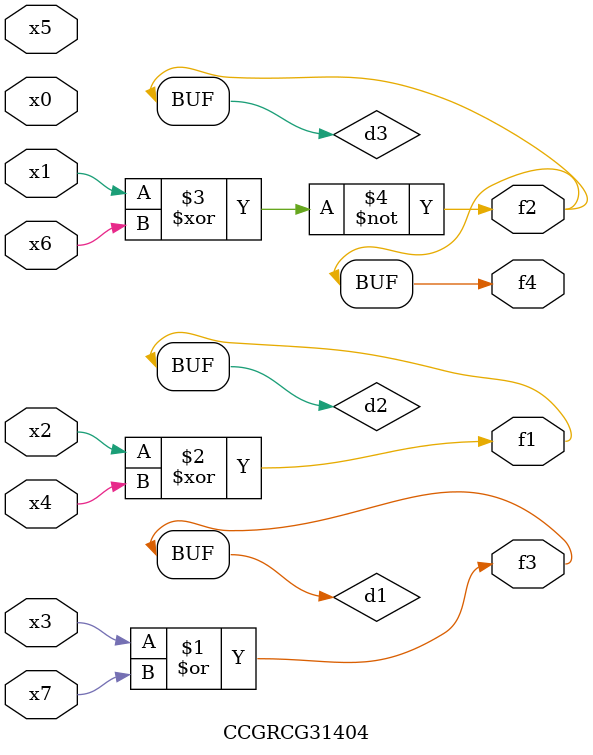
<source format=v>
module CCGRCG31404(
	input x0, x1, x2, x3, x4, x5, x6, x7,
	output f1, f2, f3, f4
);

	wire d1, d2, d3;

	or (d1, x3, x7);
	xor (d2, x2, x4);
	xnor (d3, x1, x6);
	assign f1 = d2;
	assign f2 = d3;
	assign f3 = d1;
	assign f4 = d3;
endmodule

</source>
